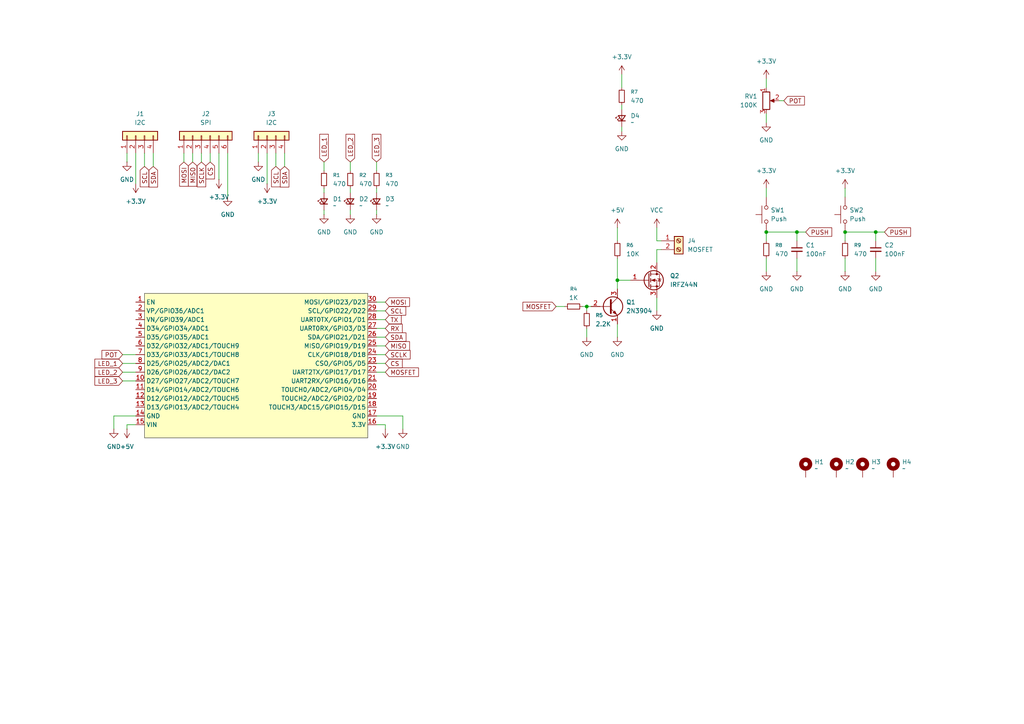
<source format=kicad_sch>
(kicad_sch (version 20250114) (generator "eeschema") (generator_version "9.0")
  (paper "A4")
  (lib_symbols
    (symbol "@EmersonPrez15:ESP32_DevKit_MP"
      (symbol "ESP32_DevKit_MP_1_1"
        (rectangle (start -33.02 25.4) (end 31.75 -16.51) (stroke (width 0) (color 72 72 72 1)) (fill (type background)))
        (pin input line (at -35.56 22.86 0) (length 2.54) (name "EN") (number "1"))
        (pin input line (at -35.56 20.32 0) (length 2.54) (name "VP/GPIO36/ADC1") (number "2"))
        (pin input line (at -35.56 17.78 0) (length 2.54) (name "VN/GPIO39/ADC1") (number "3"))
        (pin input line (at -35.56 15.24 0) (length 2.54) (name "D34/GPIO34/ADC1") (number "4"))
        (pin input line (at -35.56 12.7 0) (length 2.54) (name "D35/GPIO35/ADC1") (number "5"))
        (pin input line (at -35.56 10.16 0) (length 2.54) (name "D32/GPIO32/ADC1/TOUCH9") (number "6"))
        (pin input line (at -35.56 7.62 0) (length 2.54) (name "D33/GPIO33/ADC1/TOUCH8") (number "7"))
        (pin input line (at -35.56 5.08 0) (length 2.54) (name "D25/GPIO25/ADC2/DAC1") (number "8"))
        (pin input line (at -35.56 2.54 0) (length 2.54) (name "D26/GPIO26/ADC2/DAC2") (number "9"))
        (pin input line (at -35.56 0 0) (length 2.54) (name "D27/GPIO27/ADC2/TOUCH7") (number "10"))
        (pin input line (at -35.56 -2.54 0) (length 2.54) (name "D14/GPIO14/ADC2/TOUCH6") (number "11"))
        (pin input line (at -35.56 -5.08 0) (length 2.54) (name "D12/GPIO12/ADC2/TOUCH5") (number "12"))
        (pin input line (at -35.56 -7.62 0) (length 2.54) (name "D13/GPIO13/ADC2/TOUCH4") (number "13"))
        (pin input line (at -35.56 -10.16 0) (length 2.54) (name "GND") (number "14"))
        (pin input line (at -35.56 -12.7 0) (length 2.54) (name "VIN") (number "15"))
        (pin input line (at 34.29 22.86 180) (length 2.54) (name "MOSI/GPIO23/D23") (number "30"))
        (pin input line (at 34.29 20.32 180) (length 2.54) (name "SCL/GPIO22/D22") (number "29"))
        (pin input line (at 34.29 17.78 180) (length 2.54) (name "UART0TX/GPIO1/D1") (number "28"))
        (pin input line (at 34.29 15.24 180) (length 2.54) (name "UART0RX/GPIO3/D3") (number "27"))
        (pin input line (at 34.29 12.7 180) (length 2.54) (name "SDA/GPIO21/D21") (number "26"))
        (pin input line (at 34.29 10.16 180) (length 2.54) (name "MISO/GPIO19/D19") (number "25"))
        (pin input line (at 34.29 7.62 180) (length 2.54) (name "CLK/GPIO18/D18") (number "24"))
        (pin input line (at 34.29 5.08 180) (length 2.54) (name "CSO/GPIO5/D5") (number "23"))
        (pin input line (at 34.29 2.54 180) (length 2.54) (name "UART2TX/GPIO17/D17") (number "22"))
        (pin input line (at 34.29 0 180) (length 2.54) (name "UART2RX/GPIO16/D16") (number "21"))
        (pin input line (at 34.29 -2.54 180) (length 2.54) (name "TOUCH0/ADC2/GPIO4/D4") (number "20"))
        (pin input line (at 34.29 -5.08 180) (length 2.54) (name "TOUCH2/ADC2/GPIO2/D2") (number "19"))
        (pin input line (at 34.29 -7.62 180) (length 2.54) (name "TOUCH3/ADC15/GPIO15/D15") (number "18"))
        (pin input line (at 34.29 -10.16 180) (length 2.54) (name "GND") (number "17"))
        (pin input line (at 34.29 -12.7 180) (length 2.54) (name "3.3V") (number "16"))
      )
    )
    (symbol "@EmersonPrez15:IRFZ44N" (pin_names (hide yes))
      (property "Reference" "Q" (at 5.08 1.905 0))
      (property "Value" "IRFZ44N" (at 5.08 0 0))
      (symbol "IRFZ44N_0_1"
        (polyline (pts (xy 0.254 1.905) (xy 0.254 -1.905)) (stroke (width 0.254)))
        (polyline (pts (xy 0.254 0) (xy -2.54 0)))
        (polyline (pts (xy 0.762 2.286) (xy 0.762 1.27)) (stroke (width 0.254)))
        (polyline (pts (xy 0.762 0.508) (xy 0.762 -0.508)) (stroke (width 0.254)))
        (polyline (pts (xy 0.762 -1.27) (xy 0.762 -2.286)) (stroke (width 0.254)))
        (polyline (pts (xy 0.762 -1.778) (xy 3.302 -1.778) (xy 3.302 1.778) (xy 0.762 1.778)))
        (polyline (pts (xy 1.016 0) (xy 2.032 0.381) (xy 2.032 -0.381) (xy 1.016 0)) (fill (type outline)))
        (circle (center 1.651 0) (radius 2.794) (stroke (width 0.254)))
        (polyline (pts (xy 2.54 2.54) (xy 2.54 1.778)))
        (circle (center 2.54 1.778) (radius 0.254) (fill (type outline)))
        (circle (center 2.54 -1.778) (radius 0.254) (fill (type outline)))
        (polyline (pts (xy 2.54 -2.54) (xy 2.54 0) (xy 0.762 0)))
        (polyline (pts (xy 2.794 0.508) (xy 2.921 0.381) (xy 3.683 0.381) (xy 3.81 0.254)))
        (polyline (pts (xy 3.302 0.381) (xy 2.921 -0.254) (xy 3.683 -0.254) (xy 3.302 0.381)))
      )
      (symbol "IRFZ44N_1_1"
        (pin input line (at -5.08 0 0) (length 2.54) (name "G") (number "1"))
        (pin passive line (at 2.54 5.08 270) (length 2.54) (name "D") (number "2"))
        (pin passive line (at 2.54 -5.08 90) (length 2.54) (name "S") (number "3"))
      )
    )
    (symbol "Connector:Screw_Terminal_01x02" (pin_names (offset 1.016) (hide yes))
      (property "Reference" "J" (at 0 2.54 0))
      (property "Value" "Screw_Terminal_01x02" (at 0 -5.08 0))
      (symbol "Screw_Terminal_01x02_1_1"
        (rectangle (start -1.27 1.27) (end 1.27 -3.81) (stroke (width 0.254)) (fill (type background)))
        (polyline (pts (xy -0.5334 0.3302) (xy 0.3302 -0.508)) (stroke (width 0.1524)))
        (polyline (pts (xy -0.5334 -2.2098) (xy 0.3302 -3.048)) (stroke (width 0.1524)))
        (polyline (pts (xy -0.3556 0.508) (xy 0.508 -0.3302)) (stroke (width 0.1524)))
        (polyline (pts (xy -0.3556 -2.032) (xy 0.508 -2.8702)) (stroke (width 0.1524)))
        (circle (center 0 0) (radius 0.635) (stroke (width 0.1524)))
        (circle (center 0 -2.54) (radius 0.635) (stroke (width 0.1524)))
        (pin passive line (at -5.08 0 0) (length 3.81) (name "Pin_1") (number "1"))
        (pin passive line (at -5.08 -2.54 0) (length 3.81) (name "Pin_2") (number "2"))
      )
    )
    (symbol "Connector_Generic:Conn_01x04" (pin_names (offset 1.016) (hide yes))
      (property "Reference" "J" (at 0 5.08 0))
      (property "Value" "Conn_01x04" (at 0 -7.62 0))
      (symbol "Conn_01x04_1_1"
        (rectangle (start -1.27 3.81) (end 1.27 -6.35) (stroke (width 0.254)) (fill (type background)))
        (rectangle (start -1.27 2.667) (end 0 2.413) (stroke (width 0.1524)))
        (rectangle (start -1.27 0.127) (end 0 -0.127) (stroke (width 0.1524)))
        (rectangle (start -1.27 -2.413) (end 0 -2.667) (stroke (width 0.1524)))
        (rectangle (start -1.27 -4.953) (end 0 -5.207) (stroke (width 0.1524)))
        (pin passive line (at -5.08 2.54 0) (length 3.81) (name "Pin_1") (number "1"))
        (pin passive line (at -5.08 0 0) (length 3.81) (name "Pin_2") (number "2"))
        (pin passive line (at -5.08 -2.54 0) (length 3.81) (name "Pin_3") (number "3"))
        (pin passive line (at -5.08 -5.08 0) (length 3.81) (name "Pin_4") (number "4"))
      )
    )
    (symbol "Connector_Generic:Conn_01x06" (pin_names (offset 1.016) (hide yes))
      (property "Reference" "J" (at 0 7.62 0))
      (property "Value" "Conn_01x06" (at 0 -10.16 0))
      (symbol "Conn_01x06_1_1"
        (rectangle (start -1.27 6.35) (end 1.27 -8.89) (stroke (width 0.254)) (fill (type background)))
        (rectangle (start -1.27 5.207) (end 0 4.953) (stroke (width 0.1524)))
        (rectangle (start -1.27 2.667) (end 0 2.413) (stroke (width 0.1524)))
        (rectangle (start -1.27 0.127) (end 0 -0.127) (stroke (width 0.1524)))
        (rectangle (start -1.27 -2.413) (end 0 -2.667) (stroke (width 0.1524)))
        (rectangle (start -1.27 -4.953) (end 0 -5.207) (stroke (width 0.1524)))
        (rectangle (start -1.27 -7.493) (end 0 -7.747) (stroke (width 0.1524)))
        (pin passive line (at -5.08 5.08 0) (length 3.81) (name "Pin_1") (number "1"))
        (pin passive line (at -5.08 2.54 0) (length 3.81) (name "Pin_2") (number "2"))
        (pin passive line (at -5.08 0 0) (length 3.81) (name "Pin_3") (number "3"))
        (pin passive line (at -5.08 -2.54 0) (length 3.81) (name "Pin_4") (number "4"))
        (pin passive line (at -5.08 -5.08 0) (length 3.81) (name "Pin_5") (number "5"))
        (pin passive line (at -5.08 -7.62 0) (length 3.81) (name "Pin_6") (number "6"))
      )
    )
    (symbol "Device:C_Small" (pin_numbers (hide yes)) (pin_names (offset 0.254) (hide yes))
      (property "Reference" "C" (at 0.254 1.778 0))
      (property "Value" "C_Small" (at 0.254 -2.032 0))
      (symbol "C_Small_0_1"
        (polyline (pts (xy -1.524 0.508) (xy 1.524 0.508)) (stroke (width 0.3048)))
        (polyline (pts (xy -1.524 -0.508) (xy 1.524 -0.508)) (stroke (width 0.3302)))
      )
      (symbol "C_Small_1_1"
        (pin passive line (at 0 2.54 270) (length 2.032) (name "~") (number "1"))
        (pin passive line (at 0 -2.54 90) (length 2.032) (name "~") (number "2"))
      )
    )
    (symbol "Device:LED_Small" (pin_numbers (hide yes)) (pin_names (offset 0.254) (hide yes))
      (property "Reference" "D" (at -1.27 3.175 0))
      (property "Value" "LED_Small" (at -4.445 -2.54 0))
      (symbol "LED_Small_0_1"
        (polyline (pts (xy -0.762 -1.016) (xy -0.762 1.016)) (stroke (width 0.254)))
        (polyline (pts (xy 0 0.762) (xy -0.508 1.27) (xy -0.254 1.27) (xy -0.508 1.27) (xy -0.508 1.016)))
        (polyline (pts (xy 0.508 1.27) (xy 0 1.778) (xy 0.254 1.778) (xy 0 1.778) (xy 0 1.524)))
        (polyline (pts (xy 0.762 -1.016) (xy -0.762 0) (xy 0.762 1.016) (xy 0.762 -1.016)) (stroke (width 0.254)))
        (polyline (pts (xy 1.016 0) (xy -0.762 0)))
      )
      (symbol "LED_Small_1_1"
        (pin passive line (at -2.54 0 0) (length 1.778) (name "K") (number "1"))
        (pin passive line (at 2.54 0 180) (length 1.778) (name "A") (number "2"))
      )
    )
    (symbol "Device:R_Potentiometer" (pin_names (offset 1.016) (hide yes))
      (property "Reference" "RV" (at -4.445 0 90))
      (property "Value" "R_Potentiometer" (at -2.54 0 90))
      (symbol "R_Potentiometer_0_1"
        (rectangle (start 1.016 2.54) (end -1.016 -2.54) (stroke (width 0.254)))
        (polyline (pts (xy 1.143 0) (xy 2.286 0.508) (xy 2.286 -0.508) (xy 1.143 0)) (fill (type outline)))
        (polyline (pts (xy 2.54 0) (xy 1.524 0)))
      )
      (symbol "R_Potentiometer_1_1"
        (pin passive line (at 0 3.81 270) (length 1.27) (name "1") (number "1"))
        (pin passive line (at 0 -3.81 90) (length 1.27) (name "3") (number "3"))
        (pin passive line (at 3.81 0 180) (length 1.27) (name "2") (number "2"))
      )
    )
    (symbol "Device:R_Small" (pin_numbers (hide yes)) (pin_names (offset 0.254) (hide yes))
      (property "Reference" "R" (at 0 0 90))
      (property "Value" "R_Small" (at 1.778 0 90))
      (symbol "R_Small_0_1"
        (rectangle (start -0.762 1.778) (end 0.762 -1.778) (stroke (width 0.2032)))
      )
      (symbol "R_Small_1_1"
        (pin passive line (at 0 2.54 270) (length 0.762) (name "~") (number "1"))
        (pin passive line (at 0 -2.54 90) (length 0.762) (name "~") (number "2"))
      )
    )
    (symbol "Mechanical:MountingHole_Pad" (pin_numbers (hide yes)) (pin_names (offset 1.016) (hide yes)) (exclude_from_sim yes) (in_bom no)
      (property "Reference" "H" (at 0 6.35 0))
      (property "Value" "MountingHole_Pad" (at 0 4.445 0))
      (symbol "MountingHole_Pad_0_1"
        (circle (center 0 1.27) (radius 1.27) (stroke (width 1.27)))
      )
      (symbol "MountingHole_Pad_1_1"
        (pin input line (at 0 -2.54 90) (length 2.54) (name "1") (number "1"))
      )
    )
    (symbol "Switch:SW_Push" (pin_numbers (hide yes)) (pin_names (offset 1.016) (hide yes))
      (property "Reference" "SW" (at 1.27 2.54 0))
      (property "Value" "SW_Push" (at 0 -1.524 0))
      (symbol "SW_Push_0_1"
        (circle (center -2.032 0) (radius 0.508))
        (polyline (pts (xy 0 1.27) (xy 0 3.048)))
        (circle (center 2.032 0) (radius 0.508))
        (polyline (pts (xy 2.54 1.27) (xy -2.54 1.27)))
        (pin passive line (at -5.08 0 0) (length 2.54) (name "1") (number "1"))
        (pin passive line (at 5.08 0 180) (length 2.54) (name "2") (number "2"))
      )
    )
    (symbol "Transistor_BJT:2N3904" (pin_names (offset 0) (hide yes))
      (property "Reference" "Q" (at 5.08 1.905 0))
      (property "Value" "2N3904" (at 5.08 0 0))
      (symbol "2N3904_0_1"
        (polyline (pts (xy -2.54 0) (xy 0.635 0)))
        (polyline (pts (xy 0.635 1.905) (xy 0.635 -1.905)) (stroke (width 0.508)))
        (circle (center 1.27 0) (radius 2.8194) (stroke (width 0.254)))
      )
      (symbol "2N3904_1_1"
        (polyline (pts (xy 0.635 0.635) (xy 2.54 2.54)))
        (polyline (pts (xy 0.635 -0.635) (xy 2.54 -2.54)))
        (polyline (pts (xy 1.27 -1.778) (xy 1.778 -1.27) (xy 2.286 -2.286) (xy 1.27 -1.778)) (fill (type outline)))
        (pin input line (at -5.08 0 0) (length 2.54) (name "B") (number "2"))
        (pin passive line (at 2.54 5.08 270) (length 2.54) (name "C") (number "3"))
        (pin passive line (at 2.54 -5.08 90) (length 2.54) (name "E") (number "1"))
      )
    )
    (symbol "power:+3.3V" (power) (pin_numbers (hide yes)) (pin_names (offset 0) (hide yes))
      (property "Value" "+3.3V" (at 0 3.556 0))
      (symbol "+3.3V_0_1"
        (polyline (pts (xy -0.762 1.27) (xy 0 2.54)))
        (polyline (pts (xy 0 2.54) (xy 0.762 1.27)))
        (polyline (pts (xy 0 0) (xy 0 2.54)))
      )
      (symbol "+3.3V_1_1"
        (pin power_in line (at 0 0 90) (length 0) (name "~") (number "1"))
      )
    )
    (symbol "power:+5V" (power) (pin_numbers (hide yes)) (pin_names (offset 0) (hide yes))
      (property "Value" "+5V" (at 0 3.556 0))
      (symbol "+5V_0_1"
        (polyline (pts (xy -0.762 1.27) (xy 0 2.54)))
        (polyline (pts (xy 0 2.54) (xy 0.762 1.27)))
        (polyline (pts (xy 0 0) (xy 0 2.54)))
      )
      (symbol "+5V_1_1"
        (pin power_in line (at 0 0 90) (length 0) (name "~") (number "1"))
      )
    )
    (symbol "power:GND" (power) (pin_numbers (hide yes)) (pin_names (offset 0) (hide yes))
      (property "Value" "GND" (at 0 -3.81 0))
      (symbol "GND_0_1"
        (polyline (pts (xy 0 0) (xy 0 -1.27) (xy 1.27 -1.27) (xy 0 -2.54) (xy -1.27 -1.27) (xy 0 -1.27)))
      )
      (symbol "GND_1_1"
        (pin power_in line (at 0 0 270) (length 0) (name "~") (number "1"))
      )
    )
    (symbol "power:VCC" (power) (pin_numbers (hide yes)) (pin_names (offset 0) (hide yes))
      (property "Value" "VCC" (at 0 3.556 0))
      (symbol "VCC_0_1"
        (polyline (pts (xy -0.762 1.27) (xy 0 2.54)))
        (polyline (pts (xy 0 2.54) (xy 0.762 1.27)))
        (polyline (pts (xy 0 0) (xy 0 2.54)))
      )
      (symbol "VCC_1_1"
        (pin power_in line (at 0 0 90) (length 0) (name "~") (number "1"))
      )
    )
  )
  (junction (at 245.11 67.31))
  (junction (at 179.07 81.28))
  (junction (at 222.25 67.31))
  (junction (at 254 67.31))
  (junction (at 231.14 67.31))
  (junction (at 170.18 88.9))
  (wire (pts (xy 116.84 120.65) (xy 116.84 124.46)))
  (wire (pts (xy 190.5 69.85) (xy 191.77 69.85)))
  (wire (pts (xy 35.56 107.95) (xy 39.37 107.95)))
  (wire (pts (xy 245.11 54.61) (xy 245.11 57.15)))
  (wire (pts (xy 254 67.31) (xy 256.54 67.31)))
  (wire (pts (xy 222.25 22.86) (xy 222.25 25.4)))
  (wire (pts (xy 190.5 76.2) (xy 190.5 72.39)))
  (wire (pts (xy 179.07 74.93) (xy 179.07 81.28)))
  (wire (pts (xy 254 69.85) (xy 254 67.31)))
  (wire (pts (xy 77.47 44.45) (xy 77.47 53.34)))
  (wire (pts (xy 231.14 69.85) (xy 231.14 67.31)))
  (wire (pts (xy 93.98 46.99) (xy 93.98 49.53)))
  (wire (pts (xy 41.91 44.45) (xy 41.91 48.26)))
  (wire (pts (xy 109.22 95.25) (xy 111.76 95.25)))
  (wire (pts (xy 44.45 44.45) (xy 44.45 48.26)))
  (wire (pts (xy 179.07 81.28) (xy 179.07 83.82)))
  (wire (pts (xy 109.22 60.96) (xy 109.22 62.23)))
  (wire (pts (xy 190.5 72.39) (xy 191.77 72.39)))
  (wire (pts (xy 245.11 74.93) (xy 245.11 78.74)))
  (wire (pts (xy 111.76 123.19) (xy 111.76 124.46)))
  (wire (pts (xy 180.34 21.59) (xy 180.34 25.4)))
  (wire (pts (xy 109.22 90.17) (xy 111.76 90.17)))
  (wire (pts (xy 109.22 46.99) (xy 109.22 49.53)))
  (wire (pts (xy 170.18 95.25) (xy 170.18 97.79)))
  (wire (pts (xy 93.98 54.61) (xy 93.98 55.88)))
  (wire (pts (xy 74.93 44.45) (xy 74.93 46.99)))
  (wire (pts (xy 109.22 107.95) (xy 111.76 107.95)))
  (wire (pts (xy 82.55 44.45) (xy 82.55 48.26)))
  (wire (pts (xy 170.18 88.9) (xy 171.45 88.9)))
  (wire (pts (xy 66.04 44.45) (xy 66.04 57.15)))
  (wire (pts (xy 222.25 54.61) (xy 222.25 57.15)))
  (wire (pts (xy 36.83 44.45) (xy 36.83 46.99)))
  (wire (pts (xy 222.25 67.31) (xy 222.25 69.85)))
  (wire (pts (xy 39.37 44.45) (xy 39.37 53.34)))
  (wire (pts (xy 179.07 93.98) (xy 179.07 97.79)))
  (wire (pts (xy 63.5 44.45) (xy 63.5 52.07)))
  (wire (pts (xy 35.56 110.49) (xy 39.37 110.49)))
  (wire (pts (xy 222.25 74.93) (xy 222.25 78.74)))
  (wire (pts (xy 190.5 86.36) (xy 190.5 90.17)))
  (wire (pts (xy 36.83 124.46) (xy 36.83 123.19)))
  (wire (pts (xy 245.11 67.31) (xy 245.11 69.85)))
  (wire (pts (xy 109.22 97.79) (xy 111.76 97.79)))
  (wire (pts (xy 109.22 87.63) (xy 111.76 87.63)))
  (wire (pts (xy 109.22 120.65) (xy 116.84 120.65)))
  (wire (pts (xy 33.02 120.65) (xy 33.02 124.46)))
  (wire (pts (xy 222.25 33.02) (xy 222.25 35.56)))
  (wire (pts (xy 58.42 44.45) (xy 58.42 46.99)))
  (wire (pts (xy 231.14 74.93) (xy 231.14 78.74)))
  (wire (pts (xy 179.07 81.28) (xy 182.88 81.28)))
  (wire (pts (xy 231.14 67.31) (xy 222.25 67.31)))
  (wire (pts (xy 179.07 66.04) (xy 179.07 69.85)))
  (wire (pts (xy 109.22 54.61) (xy 109.22 55.88)))
  (wire (pts (xy 190.5 66.04) (xy 190.5 69.85)))
  (wire (pts (xy 180.34 36.83) (xy 180.34 38.1)))
  (wire (pts (xy 35.56 105.41) (xy 39.37 105.41)))
  (wire (pts (xy 101.6 60.96) (xy 101.6 62.23)))
  (wire (pts (xy 36.83 123.19) (xy 39.37 123.19)))
  (wire (pts (xy 226.06 29.21) (xy 227.33 29.21)))
  (wire (pts (xy 80.01 44.45) (xy 80.01 48.26)))
  (wire (pts (xy 109.22 102.87) (xy 111.76 102.87)))
  (wire (pts (xy 231.14 67.31) (xy 233.68 67.31)))
  (wire (pts (xy 254 74.93) (xy 254 78.74)))
  (wire (pts (xy 53.34 44.45) (xy 53.34 46.99)))
  (wire (pts (xy 180.34 30.48) (xy 180.34 31.75)))
  (wire (pts (xy 101.6 46.99) (xy 101.6 49.53)))
  (wire (pts (xy 60.96 44.45) (xy 60.96 46.99)))
  (wire (pts (xy 161.29 88.9) (xy 163.83 88.9)))
  (wire (pts (xy 109.22 123.19) (xy 111.76 123.19)))
  (wire (pts (xy 254 67.31) (xy 245.11 67.31)))
  (wire (pts (xy 93.98 60.96) (xy 93.98 62.23)))
  (wire (pts (xy 168.91 88.9) (xy 170.18 88.9)))
  (wire (pts (xy 109.22 92.71) (xy 111.76 92.71)))
  (wire (pts (xy 35.56 102.87) (xy 39.37 102.87)))
  (wire (pts (xy 39.37 120.65) (xy 33.02 120.65)))
  (wire (pts (xy 109.22 100.33) (xy 111.76 100.33)))
  (wire (pts (xy 109.22 105.41) (xy 111.76 105.41)))
  (wire (pts (xy 55.88 44.45) (xy 55.88 46.99)))
  (wire (pts (xy 101.6 54.61) (xy 101.6 55.88)))
  (wire (pts (xy 170.18 88.9) (xy 170.18 90.17)))
  (global_label "MOSI" (shape input) (at 111.76 87.63 0) (property "Intersheetrefs" "${INTERSHEET_REFS}" (effects (hide yes))))
  (global_label "LED_3" (shape input) (at 35.56 110.49 180) (property "Intersheetrefs" "${INTERSHEET_REFS}" (effects (hide yes))))
  (global_label "MOSI" (shape input) (at 53.34 46.99 270) (property "Intersheetrefs" "${INTERSHEET_REFS}" (effects (hide yes))))
  (global_label "LED_1" (shape input) (at 35.56 105.41 180) (property "Intersheetrefs" "${INTERSHEET_REFS}" (effects (hide yes))))
  (global_label "SDA" (shape input) (at 44.45 48.26 270) (property "Intersheetrefs" "${INTERSHEET_REFS}" (effects (hide yes))))
  (global_label "SDA" (shape input) (at 111.76 97.79 0) (property "Intersheetrefs" "${INTERSHEET_REFS}" (effects (hide yes))))
  (global_label "MOSFET" (shape input) (at 161.29 88.9 180) (property "Intersheetrefs" "${INTERSHEET_REFS}" (effects (hide yes))))
  (global_label "PUSH" (shape input) (at 256.54 67.31 0) (property "Intersheetrefs" "${INTERSHEET_REFS}" (effects (hide yes))))
  (global_label "MOSFET" (shape input) (at 111.76 107.95 0) (property "Intersheetrefs" "${INTERSHEET_REFS}" (effects (hide yes))))
  (global_label "LED_2" (shape input) (at 101.6 46.99 90) (property "Intersheetrefs" "${INTERSHEET_REFS}" (effects (hide yes))))
  (global_label "LED_3" (shape input) (at 109.22 46.99 90) (property "Intersheetrefs" "${INTERSHEET_REFS}" (effects (hide yes))))
  (global_label "SDA" (shape input) (at 82.55 48.26 270) (property "Intersheetrefs" "${INTERSHEET_REFS}" (effects (hide yes))))
  (global_label "TX" (shape input) (at 111.76 92.71 0) (property "Intersheetrefs" "${INTERSHEET_REFS}" (effects (hide yes))))
  (global_label "MISO" (shape input) (at 111.76 100.33 0) (property "Intersheetrefs" "${INTERSHEET_REFS}" (effects (hide yes))))
  (global_label "POT" (shape input) (at 35.56 102.87 180) (property "Intersheetrefs" "${INTERSHEET_REFS}" (effects (hide yes))))
  (global_label "CS" (shape input) (at 60.96 46.99 270) (property "Intersheetrefs" "${INTERSHEET_REFS}" (effects (hide yes))))
  (global_label "PUSH" (shape input) (at 233.68 67.31 0) (property "Intersheetrefs" "${INTERSHEET_REFS}" (effects (hide yes))))
  (global_label "LED_2" (shape input) (at 35.56 107.95 180) (property "Intersheetrefs" "${INTERSHEET_REFS}" (effects (hide yes))))
  (global_label "POT" (shape input) (at 227.33 29.21 0) (property "Intersheetrefs" "${INTERSHEET_REFS}" (effects (hide yes))))
  (global_label "SCLK" (shape input) (at 58.42 46.99 270) (property "Intersheetrefs" "${INTERSHEET_REFS}" (effects (hide yes))))
  (global_label "SCL" (shape input) (at 41.91 48.26 270) (property "Intersheetrefs" "${INTERSHEET_REFS}" (effects (hide yes))))
  (global_label "MISO" (shape input) (at 55.88 46.99 270) (property "Intersheetrefs" "${INTERSHEET_REFS}" (effects (hide yes))))
  (global_label "SCLK" (shape input) (at 111.76 102.87 0) (property "Intersheetrefs" "${INTERSHEET_REFS}" (effects (hide yes))))
  (global_label "SCL" (shape input) (at 111.76 90.17 0) (property "Intersheetrefs" "${INTERSHEET_REFS}" (effects (hide yes))))
  (global_label "CS" (shape input) (at 111.76 105.41 0) (property "Intersheetrefs" "${INTERSHEET_REFS}" (effects (hide yes))))
  (global_label "RX" (shape input) (at 111.76 95.25 0) (property "Intersheetrefs" "${INTERSHEET_REFS}" (effects (hide yes))))
  (global_label "LED_1" (shape input) (at 93.98 46.99 90) (property "Intersheetrefs" "${INTERSHEET_REFS}" (effects (hide yes))))
  (global_label "SCL" (shape input) (at 80.01 48.26 270) (property "Intersheetrefs" "${INTERSHEET_REFS}" (effects (hide yes))))
  (symbol (lib_id "power:GND") (at 109.22 62.23 0) (unit 1)
    (property "Reference" "#PWR011" (effects (hide yes)))
    (property "Value" "GND" (at 109.22 67.31 0))
    (property "Description" "Power symbol creates a global label with name \"GND\" , ground" (effects (hide yes)))
  )
  (symbol (lib_id "Device:R_Small") (at 109.22 52.07 0) (unit 1)
    (property "Reference" "R3" (at 111.76 50.7999 0) (effects (font (size 1.016 1.016)) (justify left)))
    (property "Value" "470" (at 111.76 53.3399 0) (effects (justify left)))
    (property "Footprint" "Resistor_THT:R_Axial_DIN0207_L6.3mm_D2.5mm_P10.16mm_Horizontal" (effects (hide yes)))
    (property "Description" "Resistor, small symbol" (effects (hide yes)))
  )
  (symbol (lib_id "power:+3.3V") (at 180.34 21.59 0) (unit 1)
    (property "Reference" "#PWR017" (effects (hide yes)))
    (property "Value" "+3.3V" (at 180.34 16.51 0))
    (property "Description" "Power symbol creates a global label with name \"+3.3V\"" (effects (hide yes)))
  )
  (symbol (lib_id "Switch:SW_Push") (at 245.11 62.23 90) (unit 1)
    (property "Reference" "SW2" (at 246.38 60.9599 90) (effects (justify right)))
    (property "Value" "Push" (at 246.38 63.4999 90) (effects (justify right)))
    (property "Footprint" "Button_Switch_THT:SW_PUSH_6mm" (effects (hide yes)))
    (property "Description" "Push button switch, generic, two pins" (effects (hide yes)))
  )
  (symbol (lib_id "power:GND") (at 170.18 97.79 0) (unit 1)
    (property "Reference" "#PWR014" (effects (hide yes)))
    (property "Value" "GND" (at 170.18 102.87 0))
    (property "Description" "Power symbol creates a global label with name \"GND\" , ground" (effects (hide yes)))
  )
  (symbol (lib_id "power:+3.3V") (at 77.47 53.34 180) (unit 1)
    (property "Reference" "#PWR08" (effects (hide yes)))
    (property "Value" "+3.3V" (at 77.47 58.42 0))
    (property "Description" "Power symbol creates a global label with name \"+3.3V\"" (effects (hide yes)))
  )
  (symbol (lib_id "power:GND") (at 222.25 78.74 0) (unit 1)
    (property "Reference" "#PWR024" (effects (hide yes)))
    (property "Value" "GND" (at 222.25 83.82 0))
    (property "Description" "Power symbol creates a global label with name \"GND\" , ground" (effects (hide yes)))
  )
  (symbol (lib_id "power:GND") (at 245.11 78.74 0) (unit 1)
    (property "Reference" "#PWR027" (effects (hide yes)))
    (property "Value" "GND" (at 245.11 83.82 0))
    (property "Description" "Power symbol creates a global label with name \"GND\" , ground" (effects (hide yes)))
  )
  (symbol (lib_id "power:GND") (at 254 78.74 0) (unit 1)
    (property "Reference" "#PWR028" (effects (hide yes)))
    (property "Value" "GND" (at 254 83.82 0))
    (property "Description" "Power symbol creates a global label with name \"GND\" , ground" (effects (hide yes)))
  )
  (symbol (lib_id "Device:C_Small") (at 231.14 72.39 0) (unit 1)
    (property "Reference" "C1" (at 233.68 71.1262 0) (effects (justify left)))
    (property "Value" "100nF" (at 233.68 73.6662 0) (effects (justify left)))
    (property "Footprint" "Capacitor_THT:C_Disc_D3.8mm_W2.6mm_P2.50mm" (effects (hide yes)))
    (property "Description" "Unpolarized capacitor, small symbol" (effects (hide yes)))
  )
  (symbol (lib_id "Device:R_Small") (at 170.18 92.71 0) (unit 1)
    (property "Reference" "R5" (at 172.72 91.4399 0) (effects (font (size 1.016 1.016)) (justify left)))
    (property "Value" "2.2K" (at 172.72 93.9799 0) (effects (justify left)))
    (property "Footprint" "Resistor_THT:R_Axial_DIN0207_L6.3mm_D2.5mm_P10.16mm_Horizontal" (effects (hide yes)))
    (property "Description" "Resistor, small symbol" (effects (hide yes)))
  )
  (symbol (lib_id "power:+3.3V") (at 63.5 52.07 180) (unit 1)
    (property "Reference" "#PWR05" (effects (hide yes)))
    (property "Value" "+3.3V" (at 63.5 57.15 0))
    (property "Description" "Power symbol creates a global label with name \"+3.3V\"" (effects (hide yes)))
  )
  (symbol (lib_id "Device:LED_Small") (at 180.34 34.29 90) (unit 1)
    (property "Reference" "D4" (at 182.88 33.5914 90) (effects (justify right)))
    (property "Value" "~" (at 182.88 35.4965 90) (effects (justify right)))
    (property "Footprint" "LED_THT:LED_D3.0mm" (effects (hide yes)))
    (property "Description" "Light emitting diode, small symbol" (effects (hide yes)))
    (property "Sim.Pin" "1=K 2=A" (effects (hide yes)))
  )
  (symbol (lib_id "Mechanical:MountingHole_Pad") (at 259.08 135.89 0) (unit 1) (exclude_from_sim yes) (in_bom no)
    (property "Reference" "H4" (at 261.62 133.9849 0) (effects (justify left)))
    (property "Value" "~" (at 261.62 135.89 0) (effects (justify left)))
    (property "Footprint" "MountingHole:MountingHole_3.2mm_M3_Pad_Via" (effects (hide yes)))
    (property "Description" "Mounting Hole with connection" (effects (hide yes)))
  )
  (symbol (lib_id "Device:R_Small") (at 101.6 52.07 0) (unit 1)
    (property "Reference" "R2" (at 104.14 50.7999 0) (effects (font (size 1.016 1.016)) (justify left)))
    (property "Value" "470" (at 104.14 53.3399 0) (effects (justify left)))
    (property "Footprint" "Resistor_THT:R_Axial_DIN0207_L6.3mm_D2.5mm_P10.16mm_Horizontal" (effects (hide yes)))
    (property "Description" "Resistor, small symbol" (effects (hide yes)))
  )
  (symbol (lib_id "power:GND") (at 33.02 124.46 0) (unit 1)
    (property "Reference" "#PWR01" (effects (hide yes)))
    (property "Value" "GND" (at 33.02 129.54 0))
    (property "Description" "Power symbol creates a global label with name \"GND\" , ground" (effects (hide yes)))
  )
  (symbol (lib_id "power:GND") (at 231.14 78.74 0) (unit 1)
    (property "Reference" "#PWR025" (effects (hide yes)))
    (property "Value" "GND" (at 231.14 83.82 0))
    (property "Description" "Power symbol creates a global label with name \"GND\" , ground" (effects (hide yes)))
  )
  (symbol (lib_id "power:+3.3V") (at 222.25 54.61 0) (unit 1)
    (property "Reference" "#PWR023" (effects (hide yes)))
    (property "Value" "+3.3V" (at 222.25 49.53 0))
    (property "Description" "Power symbol creates a global label with name \"+3.3V\"" (effects (hide yes)))
  )
  (symbol (lib_id "@EmersonPrez15:IRFZ44N") (at 187.96 81.28 0) (unit 1)
    (property "Reference" "Q2" (at 194.31 80.0099 0) (effects (justify left)))
    (property "Value" "IRFZ44N" (at 194.31 82.5499 0) (effects (justify left)))
    (property "Footprint" "Package_TO_SOT_THT:TO-220-3_Vertical" (effects (hide yes)))
    (property "Datasheet" "https://www.vishay.com/docs/70226/70226.pdf" (effects (hide yes)))
    (property "Description" "0.2A Id, 200V Vds, N-Channel MOSFET, 2.6V Logic Level, TO-92" (effects (hide yes)))
  )
  (symbol (lib_id "Device:R_Small") (at 179.07 72.39 0) (unit 1)
    (property "Reference" "R6" (at 181.61 71.1199 0) (effects (font (size 1.016 1.016)) (justify left)))
    (property "Value" "10K" (at 181.61 73.6599 0) (effects (justify left)))
    (property "Footprint" "Resistor_THT:R_Axial_DIN0207_L6.3mm_D2.5mm_P10.16mm_Horizontal" (effects (hide yes)))
    (property "Description" "Resistor, small symbol" (effects (hide yes)))
  )
  (symbol (lib_id "Device:R_Small") (at 93.98 52.07 0) (unit 1)
    (property "Reference" "R1" (at 96.52 50.7999 0) (effects (font (size 1.016 1.016)) (justify left)))
    (property "Value" "470" (at 96.52 53.3399 0) (effects (justify left)))
    (property "Footprint" "Resistor_THT:R_Axial_DIN0207_L6.3mm_D2.5mm_P10.16mm_Horizontal" (effects (hide yes)))
    (property "Description" "Resistor, small symbol" (effects (hide yes)))
  )
  (symbol (lib_id "power:+5V") (at 36.83 124.46 180) (unit 1)
    (property "Reference" "#PWR03" (effects (hide yes)))
    (property "Value" "+5V" (at 36.83 129.54 0))
    (property "Description" "Power symbol creates a global label with name \"+5V\"" (effects (hide yes)))
  )
  (symbol (lib_id "power:+5V") (at 179.07 66.04 0) (unit 1)
    (property "Reference" "#PWR015" (effects (hide yes)))
    (property "Value" "+5V" (at 179.07 60.96 0))
    (property "Description" "Power symbol creates a global label with name \"+5V\"" (effects (hide yes)))
  )
  (symbol (lib_id "power:VCC") (at 190.5 66.04 0) (unit 1)
    (property "Reference" "#PWR019" (effects (hide yes)))
    (property "Value" "VCC" (at 190.5 60.96 0))
    (property "Description" "Power symbol creates a global label with name \"VCC\"" (effects (hide yes)))
  )
  (symbol (lib_id "Connector_Generic:Conn_01x06") (at 58.42 39.37 90) (unit 1)
    (property "Reference" "J2" (at 59.69 33.02 90))
    (property "Value" "SPI" (at 59.69 35.56 90))
    (property "Footprint" "Connector_PinSocket_2.54mm:PinSocket_1x06_P2.54mm_Vertical" (effects (hide yes)))
    (property "Description" "Generic connector, single row, 01x06, script generated (kicad-library-utils/schlib/autogen/connector/)" (effects (hide yes)))
  )
  (symbol (lib_id "power:GND") (at 190.5 90.17 0) (unit 1)
    (property "Reference" "#PWR020" (effects (hide yes)))
    (property "Value" "GND" (at 190.5 95.25 0))
    (property "Description" "Power symbol creates a global label with name \"GND\" , ground" (effects (hide yes)))
  )
  (symbol (lib_id "power:GND") (at 101.6 62.23 0) (unit 1)
    (property "Reference" "#PWR010" (effects (hide yes)))
    (property "Value" "GND" (at 101.6 67.31 0))
    (property "Description" "Power symbol creates a global label with name \"GND\" , ground" (effects (hide yes)))
  )
  (symbol (lib_id "power:GND") (at 180.34 38.1 0) (unit 1)
    (property "Reference" "#PWR018" (effects (hide yes)))
    (property "Value" "GND" (at 180.34 43.18 0))
    (property "Description" "Power symbol creates a global label with name \"GND\" , ground" (effects (hide yes)))
  )
  (symbol (lib_id "Mechanical:MountingHole_Pad") (at 242.57 135.89 0) (unit 1) (exclude_from_sim yes) (in_bom no)
    (property "Reference" "H2" (at 245.11 133.9849 0) (effects (justify left)))
    (property "Value" "~" (at 245.11 135.89 0) (effects (justify left)))
    (property "Footprint" "MountingHole:MountingHole_3.2mm_M3_Pad_Via" (effects (hide yes)))
    (property "Description" "Mounting Hole with connection" (effects (hide yes)))
  )
  (symbol (lib_id "power:+3.3V") (at 222.25 22.86 0) (unit 1)
    (property "Reference" "#PWR021" (effects (hide yes)))
    (property "Value" "+3.3V" (at 222.25 17.78 0))
    (property "Description" "Power symbol creates a global label with name \"+3.3V\"" (effects (hide yes)))
  )
  (symbol (lib_id "Connector_Generic:Conn_01x04") (at 77.47 39.37 90) (unit 1)
    (property "Reference" "J3" (at 78.74 33.02 90))
    (property "Value" "I2C" (at 78.74 35.56 90))
    (property "Footprint" "Connector_PinHeader_2.54mm:PinHeader_1x04_P2.54mm_Vertical" (effects (hide yes)))
    (property "Description" "Generic connector, single row, 01x04, script generated (kicad-library-utils/schlib/autogen/connector/)" (effects (hide yes)))
  )
  (symbol (lib_id "power:GND") (at 179.07 97.79 0) (unit 1)
    (property "Reference" "#PWR016" (effects (hide yes)))
    (property "Value" "GND" (at 179.07 102.87 0))
    (property "Description" "Power symbol creates a global label with name \"GND\" , ground" (effects (hide yes)))
  )
  (symbol (lib_id "power:GND") (at 36.83 46.99 0) (unit 1)
    (property "Reference" "#PWR02" (effects (hide yes)))
    (property "Value" "GND" (at 36.83 52.07 0))
    (property "Description" "Power symbol creates a global label with name \"GND\" , ground" (effects (hide yes)))
  )
  (symbol (lib_id "power:GND") (at 222.25 35.56 0) (unit 1)
    (property "Reference" "#PWR022" (effects (hide yes)))
    (property "Value" "GND" (at 222.25 40.64 0))
    (property "Description" "Power symbol creates a global label with name \"GND\" , ground" (effects (hide yes)))
  )
  (symbol (lib_id "power:GND") (at 93.98 62.23 0) (unit 1)
    (property "Reference" "#PWR09" (effects (hide yes)))
    (property "Value" "GND" (at 93.98 67.31 0))
    (property "Description" "Power symbol creates a global label with name \"GND\" , ground" (effects (hide yes)))
  )
  (symbol (lib_id "power:GND") (at 66.04 57.15 0) (unit 1)
    (property "Reference" "#PWR06" (effects (hide yes)))
    (property "Value" "GND" (at 66.04 62.23 0))
    (property "Description" "Power symbol creates a global label with name \"GND\" , ground" (effects (hide yes)))
  )
  (symbol (lib_id "Device:LED_Small") (at 93.98 58.42 90) (unit 1)
    (property "Reference" "D1" (at 96.52 57.7214 90) (effects (justify right)))
    (property "Value" "~" (at 96.52 59.6265 90) (effects (justify right)))
    (property "Footprint" "LED_THT:LED_D3.0mm" (effects (hide yes)))
    (property "Description" "Light emitting diode, small symbol" (effects (hide yes)))
    (property "Sim.Pin" "1=K 2=A" (effects (hide yes)))
  )
  (symbol (lib_id "Connector_Generic:Conn_01x04") (at 39.37 39.37 90) (unit 1)
    (property "Reference" "J1" (at 40.64 33.02 90))
    (property "Value" "I2C" (at 40.64 35.56 90))
    (property "Footprint" "Connector_PinHeader_2.54mm:PinHeader_1x04_P2.54mm_Vertical" (effects (hide yes)))
    (property "Description" "Generic connector, single row, 01x04, script generated (kicad-library-utils/schlib/autogen/connector/)" (effects (hide yes)))
  )
  (symbol (lib_id "Transistor_BJT:2N3904") (at 176.53 88.9 0) (unit 1)
    (property "Reference" "Q1" (at 181.61 87.6299 0) (effects (justify left)))
    (property "Value" "2N3904" (at 181.61 90.1699 0) (effects (justify left)))
    (property "Footprint" "Package_TO_SOT_THT:TO-92L_Inline_Wide" (effects (hide yes)))
    (property "Datasheet" "https://www.onsemi.com/pub/Collateral/2N3903-D.PDF" (effects (hide yes)))
    (property "Description" "0.2A Ic, 40V Vce, Small Signal NPN Transistor, TO-92" (effects (hide yes)))
  )
  (symbol (lib_id "Mechanical:MountingHole_Pad") (at 233.68 135.89 0) (unit 1) (exclude_from_sim yes) (in_bom no)
    (property "Reference" "H1" (at 236.22 133.9849 0) (effects (justify left)))
    (property "Value" "~" (at 236.22 135.89 0) (effects (justify left)))
    (property "Footprint" "MountingHole:MountingHole_3.2mm_M3_Pad_Via" (effects (hide yes)))
    (property "Description" "Mounting Hole with connection" (effects (hide yes)))
  )
  (symbol (lib_id "@EmersonPrez15:ESP32_DevKit_MP") (at 74.93 110.49 0) (unit 1)
    (property "Reference" "U1" (effects (hide yes)))
    (property "Value" "ESP32_DevKit_V1_DOIT" (effects (hide yes)))
    (property "Footprint" "@EmersonPrez15:ESP32_DEVKIT_V1_E32" (effects (hide yes)))
    (property "Description" "32-bit microcontroller module with WiFi and Bluetooth" (effects (hide yes)))
  )
  (symbol (lib_id "power:GND") (at 116.84 124.46 0) (unit 1)
    (property "Reference" "#PWR013" (effects (hide yes)))
    (property "Value" "GND" (at 116.84 129.54 0))
    (property "Description" "Power symbol creates a global label with name \"GND\" , ground" (effects (hide yes)))
  )
  (symbol (lib_id "power:GND") (at 74.93 46.99 0) (unit 1)
    (property "Reference" "#PWR07" (effects (hide yes)))
    (property "Value" "GND" (at 74.93 52.07 0))
    (property "Description" "Power symbol creates a global label with name \"GND\" , ground" (effects (hide yes)))
  )
  (symbol (lib_id "Device:C_Small") (at 254 72.39 0) (unit 1)
    (property "Reference" "C2" (at 256.54 71.1262 0) (effects (justify left)))
    (property "Value" "100nF" (at 256.54 73.6662 0) (effects (justify left)))
    (property "Footprint" "Capacitor_THT:C_Disc_D3.8mm_W2.6mm_P2.50mm" (effects (hide yes)))
    (property "Description" "Unpolarized capacitor, small symbol" (effects (hide yes)))
  )
  (symbol (lib_id "power:+3.3V") (at 245.11 54.61 0) (unit 1)
    (property "Reference" "#PWR026" (effects (hide yes)))
    (property "Value" "+3.3V" (at 245.11 49.53 0))
    (property "Description" "Power symbol creates a global label with name \"+3.3V\"" (effects (hide yes)))
  )
  (symbol (lib_id "power:+3.3V") (at 111.76 124.46 180) (unit 1)
    (property "Reference" "#PWR012" (effects (hide yes)))
    (property "Value" "+3.3V" (at 111.76 129.54 0))
    (property "Description" "Power symbol creates a global label with name \"+3.3V\"" (effects (hide yes)))
  )
  (symbol (lib_id "Mechanical:MountingHole_Pad") (at 250.19 135.89 0) (unit 1) (exclude_from_sim yes) (in_bom no)
    (property "Reference" "H3" (at 252.73 133.9849 0) (effects (justify left)))
    (property "Value" "~" (at 252.73 135.89 0) (effects (justify left)))
    (property "Footprint" "MountingHole:MountingHole_3.2mm_M3_Pad_Via" (effects (hide yes)))
    (property "Description" "Mounting Hole with connection" (effects (hide yes)))
  )
  (symbol (lib_id "Device:R_Potentiometer") (at 222.25 29.21 0) (unit 1)
    (property "Reference" "RV1" (at 219.71 27.9399 0) (effects (justify right)))
    (property "Value" "100K" (at 219.71 30.4799 0) (effects (justify right)))
    (property "Footprint" "Potentiometer_THT:Potentiometer_Bourns_3296W_Vertical" (effects (hide yes)))
    (property "Description" "Potentiometer" (effects (hide yes)))
  )
  (symbol (lib_id "Device:R_Small") (at 180.34 27.94 0) (unit 1)
    (property "Reference" "R7" (at 182.88 26.6699 0) (effects (font (size 1.016 1.016)) (justify left)))
    (property "Value" "470" (at 182.88 29.2099 0) (effects (justify left)))
    (property "Footprint" "Resistor_THT:R_Axial_DIN0207_L6.3mm_D2.5mm_P10.16mm_Horizontal" (effects (hide yes)))
    (property "Description" "Resistor, small symbol" (effects (hide yes)))
  )
  (symbol (lib_id "Device:LED_Small") (at 109.22 58.42 90) (unit 1)
    (property "Reference" "D3" (at 111.76 57.7214 90) (effects (justify right)))
    (property "Value" "~" (at 111.76 59.6265 90) (effects (justify right)))
    (property "Footprint" "LED_THT:LED_D3.0mm" (effects (hide yes)))
    (property "Description" "Light emitting diode, small symbol" (effects (hide yes)))
    (property "Sim.Pin" "1=K 2=A" (effects (hide yes)))
  )
  (symbol (lib_id "Switch:SW_Push") (at 222.25 62.23 90) (unit 1)
    (property "Reference" "SW1" (at 223.52 60.9599 90) (effects (justify right)))
    (property "Value" "Push" (at 223.52 63.4999 90) (effects (justify right)))
    (property "Footprint" "Button_Switch_THT:SW_PUSH_6mm" (effects (hide yes)))
    (property "Description" "Push button switch, generic, two pins" (effects (hide yes)))
  )
  (symbol (lib_id "power:+3.3V") (at 39.37 53.34 180) (unit 1)
    (property "Reference" "#PWR04" (effects (hide yes)))
    (property "Value" "+3.3V" (at 39.37 58.42 0))
    (property "Description" "Power symbol creates a global label with name \"+3.3V\"" (effects (hide yes)))
  )
  (symbol (lib_id "Connector:Screw_Terminal_01x02") (at 196.85 69.85 0) (unit 1)
    (property "Reference" "J4" (at 199.39 69.8499 0) (effects (justify left)))
    (property "Value" "MOSFET" (at 199.39 72.3899 0) (effects (justify left)))
    (property "Footprint" "TerminalBlock:TerminalBlock_bornier-2_P5.08mm" (effects (hide yes)))
    (property "Description" "Generic screw terminal, single row, 01x02, script generated (kicad-library-utils/schlib/autogen/connector/)" (effects (hide yes)))
  )
  (symbol (lib_id "Device:R_Small") (at 222.25 72.39 0) (unit 1)
    (property "Reference" "R8" (at 224.79 71.1199 0) (effects (font (size 1.016 1.016)) (justify left)))
    (property "Value" "470" (at 224.79 73.6599 0) (effects (justify left)))
    (property "Footprint" "Resistor_THT:R_Axial_DIN0207_L6.3mm_D2.5mm_P10.16mm_Horizontal" (effects (hide yes)))
    (property "Description" "Resistor, small symbol" (effects (hide yes)))
  )
  (symbol (lib_id "Device:LED_Small") (at 101.6 58.42 90) (unit 1)
    (property "Reference" "D2" (at 104.14 57.7214 90) (effects (justify right)))
    (property "Value" "~" (at 104.14 59.6265 90) (effects (justify right)))
    (property "Footprint" "LED_THT:LED_D3.0mm" (effects (hide yes)))
    (property "Description" "Light emitting diode, small symbol" (effects (hide yes)))
    (property "Sim.Pin" "1=K 2=A" (effects (hide yes)))
  )
  (symbol (lib_id "Device:R_Small") (at 166.37 88.9 90) (unit 1)
    (property "Reference" "R4" (at 166.37 83.82 90) (effects (font (size 1.016 1.016))))
    (property "Value" "1K" (at 166.37 86.36 90))
    (property "Footprint" "Resistor_THT:R_Axial_DIN0207_L6.3mm_D2.5mm_P10.16mm_Horizontal" (effects (hide yes)))
    (property "Description" "Resistor, small symbol" (effects (hide yes)))
  )
  (symbol (lib_id "Device:R_Small") (at 245.11 72.39 0) (unit 1)
    (property "Reference" "R9" (at 247.65 71.1199 0) (effects (font (size 1.016 1.016)) (justify left)))
    (property "Value" "470" (at 247.65 73.6599 0) (effects (justify left)))
    (property "Footprint" "Resistor_THT:R_Axial_DIN0207_L6.3mm_D2.5mm_P10.16mm_Horizontal" (effects (hide yes)))
    (property "Description" "Resistor, small symbol" (effects (hide yes)))
  )
)
</source>
